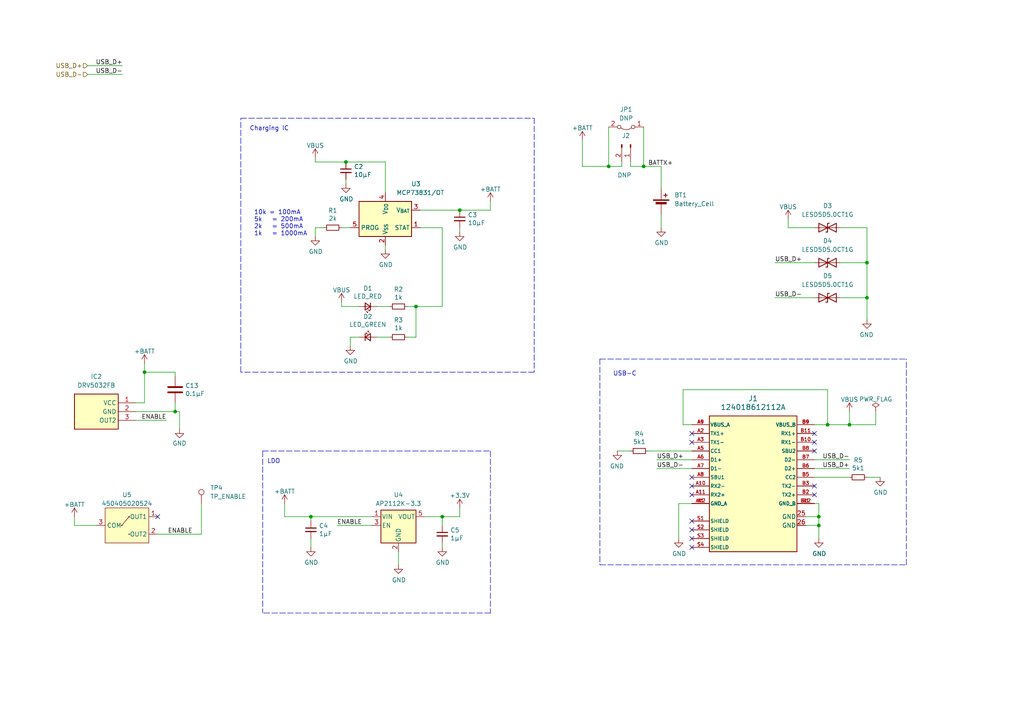
<source format=kicad_sch>
(kicad_sch (version 20230121) (generator eeschema)
  (paper "A4")
  (lib_symbols
    (symbol "124018612112A:124018612112A" (pin_names (offset 0.254))
      (property "Reference" "J" (at -1.27 19.05 0))
      (property "Value" "124018612112A" (at 2.54 -20.32 0))
      (symbol "124018612112A_0_0"
        (rectangle (start -12.7 16.51) (end 12.7 -22.86) (stroke (width 0.254)) (fill (type background)))
        (pin power_in line (at -17.78 -8.89 0) (length 5.08) (name "GND_A") (number "A1"))
        (pin bidirectional line (at -17.78 -3.81 0) (length 5.08) (name "RX2-") (number "A10"))
        (pin bidirectional line (at -17.78 -6.35 0) (length 5.08) (name "RX2+") (number "A11"))
        (pin power_in line (at -17.78 -8.89 0) (length 5.08) (name "GND_A") (number "A12"))
        (pin bidirectional line (at -17.78 11.43 0) (length 5.08) (name "TX1+") (number "A2"))
        (pin bidirectional line (at -17.78 8.89 0) (length 5.08) (name "TX1-") (number "A3"))
        (pin power_in line (at -17.78 13.97 0) (length 5.08) (name "VBUS_A") (number "A4"))
        (pin bidirectional line (at -17.78 6.35 0) (length 5.08) (name "CC1") (number "A5"))
        (pin bidirectional line (at -17.78 3.81 0) (length 5.08) (name "D1+") (number "A6"))
        (pin bidirectional line (at -17.78 1.27 0) (length 5.08) (name "D1-") (number "A7"))
        (pin bidirectional line (at -17.78 -1.27 0) (length 5.08) (name "SBU1") (number "A8"))
        (pin power_in line (at -17.78 13.97 0) (length 5.08) (name "VBUS_A") (number "A9"))
        (pin power_in line (at 17.78 -8.89 180) (length 5.08) (name "GND_B") (number "B1"))
        (pin bidirectional line (at 17.78 8.89 180) (length 5.08) (name "RX1-") (number "B10"))
        (pin bidirectional line (at 17.78 11.43 180) (length 5.08) (name "RX1+") (number "B11"))
        (pin power_in line (at 17.78 -8.89 180) (length 5.08) (name "GND_B") (number "B12"))
        (pin bidirectional line (at 17.78 -6.35 180) (length 5.08) (name "TX2+") (number "B2"))
        (pin bidirectional line (at 17.78 -3.81 180) (length 5.08) (name "TX2-") (number "B3"))
        (pin power_in line (at 17.78 13.97 180) (length 5.08) (name "VBUS_B") (number "B4"))
        (pin bidirectional line (at 17.78 -1.27 180) (length 5.08) (name "CC2") (number "B5"))
        (pin bidirectional line (at 17.78 1.27 180) (length 5.08) (name "D2+") (number "B6"))
        (pin bidirectional line (at 17.78 3.81 180) (length 5.08) (name "D2-") (number "B7"))
        (pin bidirectional line (at 17.78 6.35 180) (length 5.08) (name "SBU2") (number "B8"))
        (pin power_in line (at 17.78 13.97 180) (length 5.08) (name "VBUS_B") (number "B9"))
        (pin passive line (at -17.78 -13.97 0) (length 5.08) (name "SHIELD") (number "S1"))
        (pin passive line (at -17.78 -16.51 0) (length 5.08) (name "SHIELD") (number "S2"))
        (pin passive line (at -17.78 -19.05 0) (length 5.08) (name "SHIELD") (number "S3"))
        (pin passive line (at -17.78 -21.59 0) (length 5.08) (name "SHIELD") (number "S4"))
      )
      (symbol "124018612112A_1_1"
        (pin input line (at 15.24 -12.7 180) (length 2.54) (name "GND") (number "25"))
        (pin input line (at 15.24 -15.24 180) (length 2.54) (name "GND") (number "26"))
      )
      (symbol "124018612112A_1_2"
        (polyline (pts (xy 5.08 -60.96) (xy 12.7 -60.96)) (stroke (width 0.127)))
        (polyline (pts (xy 5.08 2.54) (xy 5.08 -60.96)) (stroke (width 0.127)))
        (polyline (pts (xy 7.62 -58.42) (xy 5.08 -58.42)) (stroke (width 0.127)))
        (polyline (pts (xy 7.62 -58.42) (xy 8.89 -59.2667)) (stroke (width 0.127)))
        (polyline (pts (xy 7.62 -58.42) (xy 8.89 -57.5733)) (stroke (width 0.127)))
        (polyline (pts (xy 7.62 -55.88) (xy 5.08 -55.88)) (stroke (width 0.127)))
        (polyline (pts (xy 7.62 -55.88) (xy 8.89 -56.7267)) (stroke (width 0.127)))
        (polyline (pts (xy 7.62 -55.88) (xy 8.89 -55.0333)) (stroke (width 0.127)))
        (polyline (pts (xy 7.62 -53.34) (xy 5.08 -53.34)) (stroke (width 0.127)))
        (polyline (pts (xy 7.62 -53.34) (xy 8.89 -54.1867)) (stroke (width 0.127)))
        (polyline (pts (xy 7.62 -53.34) (xy 8.89 -52.4933)) (stroke (width 0.127)))
        (polyline (pts (xy 7.62 -50.8) (xy 5.08 -50.8)) (stroke (width 0.127)))
        (polyline (pts (xy 7.62 -50.8) (xy 8.89 -51.6467)) (stroke (width 0.127)))
        (polyline (pts (xy 7.62 -50.8) (xy 8.89 -49.9533)) (stroke (width 0.127)))
        (polyline (pts (xy 7.62 -48.26) (xy 5.08 -48.26)) (stroke (width 0.127)))
        (polyline (pts (xy 7.62 -48.26) (xy 8.89 -49.1067)) (stroke (width 0.127)))
        (polyline (pts (xy 7.62 -48.26) (xy 8.89 -47.4133)) (stroke (width 0.127)))
        (polyline (pts (xy 7.62 -45.72) (xy 5.08 -45.72)) (stroke (width 0.127)))
        (polyline (pts (xy 7.62 -45.72) (xy 8.89 -46.5667)) (stroke (width 0.127)))
        (polyline (pts (xy 7.62 -45.72) (xy 8.89 -44.8733)) (stroke (width 0.127)))
        (polyline (pts (xy 7.62 -43.18) (xy 5.08 -43.18)) (stroke (width 0.127)))
        (polyline (pts (xy 7.62 -43.18) (xy 8.89 -44.0267)) (stroke (width 0.127)))
        (polyline (pts (xy 7.62 -43.18) (xy 8.89 -42.3333)) (stroke (width 0.127)))
        (polyline (pts (xy 7.62 -40.64) (xy 5.08 -40.64)) (stroke (width 0.127)))
        (polyline (pts (xy 7.62 -40.64) (xy 8.89 -41.4867)) (stroke (width 0.127)))
        (polyline (pts (xy 7.62 -40.64) (xy 8.89 -39.7933)) (stroke (width 0.127)))
        (polyline (pts (xy 7.62 -38.1) (xy 5.08 -38.1)) (stroke (width 0.127)))
        (polyline (pts (xy 7.62 -38.1) (xy 8.89 -38.9467)) (stroke (width 0.127)))
        (polyline (pts (xy 7.62 -38.1) (xy 8.89 -37.2533)) (stroke (width 0.127)))
        (polyline (pts (xy 7.62 -35.56) (xy 5.08 -35.56)) (stroke (width 0.127)))
        (polyline (pts (xy 7.62 -35.56) (xy 8.89 -36.4067)) (stroke (width 0.127)))
        (polyline (pts (xy 7.62 -35.56) (xy 8.89 -34.7133)) (stroke (width 0.127)))
        (polyline (pts (xy 7.62 -33.02) (xy 5.08 -33.02)) (stroke (width 0.127)))
        (polyline (pts (xy 7.62 -33.02) (xy 8.89 -33.8667)) (stroke (width 0.127)))
        (polyline (pts (xy 7.62 -33.02) (xy 8.89 -32.1733)) (stroke (width 0.127)))
        (polyline (pts (xy 7.62 -30.48) (xy 5.08 -30.48)) (stroke (width 0.127)))
        (polyline (pts (xy 7.62 -30.48) (xy 8.89 -31.3267)) (stroke (width 0.127)))
        (polyline (pts (xy 7.62 -30.48) (xy 8.89 -29.6333)) (stroke (width 0.127)))
        (polyline (pts (xy 7.62 -27.94) (xy 5.08 -27.94)) (stroke (width 0.127)))
        (polyline (pts (xy 7.62 -27.94) (xy 8.89 -28.7867)) (stroke (width 0.127)))
        (polyline (pts (xy 7.62 -27.94) (xy 8.89 -27.0933)) (stroke (width 0.127)))
        (polyline (pts (xy 7.62 -25.4) (xy 5.08 -25.4)) (stroke (width 0.127)))
        (polyline (pts (xy 7.62 -25.4) (xy 8.89 -26.2467)) (stroke (width 0.127)))
        (polyline (pts (xy 7.62 -25.4) (xy 8.89 -24.5533)) (stroke (width 0.127)))
        (polyline (pts (xy 7.62 -22.86) (xy 5.08 -22.86)) (stroke (width 0.127)))
        (polyline (pts (xy 7.62 -22.86) (xy 8.89 -23.7067)) (stroke (width 0.127)))
        (polyline (pts (xy 7.62 -22.86) (xy 8.89 -22.0133)) (stroke (width 0.127)))
        (polyline (pts (xy 7.62 -20.32) (xy 5.08 -20.32)) (stroke (width 0.127)))
        (polyline (pts (xy 7.62 -20.32) (xy 8.89 -21.1667)) (stroke (width 0.127)))
        (polyline (pts (xy 7.62 -20.32) (xy 8.89 -19.4733)) (stroke (width 0.127)))
        (polyline (pts (xy 7.62 -17.78) (xy 5.08 -17.78)) (stroke (width 0.127)))
        (polyline (pts (xy 7.62 -17.78) (xy 8.89 -18.6267)) (stroke (width 0.127)))
        (polyline (pts (xy 7.62 -17.78) (xy 8.89 -16.9333)) (stroke (width 0.127)))
        (polyline (pts (xy 7.62 -15.24) (xy 5.08 -15.24)) (stroke (width 0.127)))
        (polyline (pts (xy 7.62 -15.24) (xy 8.89 -16.0867)) (stroke (width 0.127)))
        (polyline (pts (xy 7.62 -15.24) (xy 8.89 -14.3933)) (stroke (width 0.127)))
        (polyline (pts (xy 7.62 -12.7) (xy 5.08 -12.7)) (stroke (width 0.127)))
        (polyline (pts (xy 7.62 -12.7) (xy 8.89 -13.5467)) (stroke (width 0.127)))
        (polyline (pts (xy 7.62 -12.7) (xy 8.89 -11.8533)) (stroke (width 0.127)))
        (polyline (pts (xy 7.62 -10.16) (xy 5.08 -10.16)) (stroke (width 0.127)))
        (polyline (pts (xy 7.62 -10.16) (xy 8.89 -11.0067)) (stroke (width 0.127)))
        (polyline (pts (xy 7.62 -10.16) (xy 8.89 -9.3133)) (stroke (width 0.127)))
        (polyline (pts (xy 7.62 -7.62) (xy 5.08 -7.62)) (stroke (width 0.127)))
        (polyline (pts (xy 7.62 -7.62) (xy 8.89 -8.4667)) (stroke (width 0.127)))
        (polyline (pts (xy 7.62 -7.62) (xy 8.89 -6.7733)) (stroke (width 0.127)))
        (polyline (pts (xy 7.62 -5.08) (xy 5.08 -5.08)) (stroke (width 0.127)))
        (polyline (pts (xy 7.62 -5.08) (xy 8.89 -5.9267)) (stroke (width 0.127)))
        (polyline (pts (xy 7.62 -5.08) (xy 8.89 -4.2333)) (stroke (width 0.127)))
        (polyline (pts (xy 7.62 -2.54) (xy 5.08 -2.54)) (stroke (width 0.127)))
        (polyline (pts (xy 7.62 -2.54) (xy 8.89 -3.3867)) (stroke (width 0.127)))
        (polyline (pts (xy 7.62 -2.54) (xy 8.89 -1.6933)) (stroke (width 0.127)))
        (polyline (pts (xy 7.62 0) (xy 5.08 0)) (stroke (width 0.127)))
        (polyline (pts (xy 7.62 0) (xy 8.89 -0.8467)) (stroke (width 0.127)))
        (polyline (pts (xy 7.62 0) (xy 8.89 0.8467)) (stroke (width 0.127)))
        (polyline (pts (xy 12.7 -60.96) (xy 12.7 2.54)) (stroke (width 0.127)))
        (polyline (pts (xy 12.7 2.54) (xy 5.08 2.54)) (stroke (width 0.127)))
        (pin unspecified line (at 0 0 0) (length 5.08) (name "GND") (number "A1"))
        (pin unspecified line (at 0 -22.86 0) (length 5.08) (name "RX2-") (number "A10"))
        (pin unspecified line (at 0 -25.4 0) (length 5.08) (name "RX2+") (number "A11"))
        (pin unspecified line (at 0 -27.94 0) (length 5.08) (name "GND") (number "A12"))
        (pin unspecified line (at 0 -2.54 0) (length 5.08) (name "TX1+") (number "A2"))
        (pin unspecified line (at 0 -5.08 0) (length 5.08) (name "TX1-") (number "A3"))
        (pin unspecified line (at 0 -7.62 0) (length 5.08) (name "VBUS") (number "A4"))
        (pin unspecified line (at 0 -10.16 0) (length 5.08) (name "CC1") (number "A5"))
        (pin unspecified line (at 0 -12.7 0) (length 5.08) (name "D+") (number "A6"))
        (pin unspecified line (at 0 -15.24 0) (length 5.08) (name "D-") (number "A7"))
        (pin unspecified line (at 0 -17.78 0) (length 5.08) (name "SBU1") (number "A8"))
        (pin unspecified line (at 0 -20.32 0) (length 5.08) (name "VBUS") (number "A9"))
        (pin unspecified line (at 0 -58.42 0) (length 5.08) (name "GND") (number "B1"))
        (pin unspecified line (at 0 -35.56 0) (length 5.08) (name "RX1-") (number "B10"))
        (pin unspecified line (at 0 -33.02 0) (length 5.08) (name "RX1+") (number "B11"))
        (pin unspecified line (at 0 -30.48 0) (length 5.08) (name "GND") (number "B12"))
        (pin unspecified line (at 0 -55.88 0) (length 5.08) (name "TX2+") (number "B2"))
        (pin unspecified line (at 0 -53.34 0) (length 5.08) (name "TX2-") (number "B3"))
        (pin unspecified line (at 0 -50.8 0) (length 5.08) (name "VBUS") (number "B4"))
        (pin unspecified line (at 0 -48.26 0) (length 5.08) (name "CC2") (number "B5"))
        (pin unspecified line (at 0 -45.72 0) (length 5.08) (name "D+") (number "B6"))
        (pin unspecified line (at 0 -43.18 0) (length 5.08) (name "D-") (number "B7"))
        (pin unspecified line (at 0 -40.64 0) (length 5.08) (name "SBU2") (number "B8"))
        (pin unspecified line (at 0 -38.1 0) (length 5.08) (name "VBUS") (number "B9"))
      )
    )
    (symbol "450405020524:450405020524"
      (property "Reference" "U" (at 0 5.08 0))
      (symbol "450405020524_0_1"
        (circle (center -1.524 0) (radius 0.127))
        (polyline (pts (xy -1.524 0) (xy 0.635 2.54)))
        (circle (center 0.635 -2.54) (radius 0.127))
        (circle (center 0.635 2.54) (radius 0.127))
      )
      (symbol "450405020524_1_1"
        (rectangle (start -6.35 5.08) (end 6.35 -5.08) (fill (type background)))
        (pin output line (at 8.89 2.54 180) (length 2.54) (name "OUT1") (number "1"))
        (pin output line (at 8.89 -2.54 180) (length 2.54) (name "OUT2") (number "2"))
        (pin input line (at -8.89 0 0) (length 2.54) (name "COM") (number "3"))
      )
    )
    (symbol "Battery_Management:MCP73831-2-OT"
      (property "Reference" "U" (at -7.62 6.35 0))
      (property "Value" "MCP73831-2-OT" (at 1.27 6.35 0))
      (symbol "MCP73831-2-OT_0_1"
        (rectangle (start -7.62 5.08) (end 7.62 -5.08) (stroke (width 0.254)) (fill (type background)))
      )
      (symbol "MCP73831-2-OT_1_1"
        (pin output line (at 10.16 -2.54 180) (length 2.54) (name "STAT") (number "1"))
        (pin power_in line (at 0 -7.62 90) (length 2.54) (name "V_{SS}") (number "2"))
        (pin power_out line (at 10.16 2.54 180) (length 2.54) (name "V_{BAT}") (number "3"))
        (pin power_in line (at 0 7.62 270) (length 2.54) (name "V_{DD}") (number "4"))
        (pin input line (at -10.16 -2.54 0) (length 2.54) (name "PROG") (number "5"))
      )
    )
    (symbol "Connector:Conn_01x02_Pin" (pin_names (offset 1.016) hide)
      (property "Reference" "J" (at 0 2.54 0))
      (property "Value" "Conn_01x02_Pin" (at 0 -5.08 0))
      (symbol "Conn_01x02_Pin_1_1"
        (polyline (pts (xy 1.27 -2.54) (xy 0.8636 -2.54)) (stroke (width 0.1524)))
        (polyline (pts (xy 1.27 0) (xy 0.8636 0)) (stroke (width 0.1524)))
        (rectangle (start 0.8636 -2.413) (end 0 -2.667) (stroke (width 0.1524)) (fill (type outline)))
        (rectangle (start 0.8636 0.127) (end 0 -0.127) (stroke (width 0.1524)) (fill (type outline)))
        (pin passive line (at 5.08 0 180) (length 3.81) (name "Pin_1") (number "1"))
        (pin passive line (at 5.08 -2.54 180) (length 3.81) (name "Pin_2") (number "2"))
      )
    )
    (symbol "Connector:TestPoint" (pin_numbers hide) (pin_names (offset 0.762) hide)
      (property "Reference" "TP" (at 0 6.858 0))
      (property "Value" "TestPoint" (at 0 5.08 0))
      (symbol "TestPoint_0_1"
        (circle (center 0 3.302) (radius 0.762))
      )
      (symbol "TestPoint_1_1"
        (pin passive line (at 0 0 90) (length 2.54) (name "1") (number "1"))
      )
    )
    (symbol "DRV5032DULPGM:DRV5032DULPGM"
      (property "Reference" "IC" (at 19.05 7.62 0))
      (property "Value" "DRV5032DULPGM" (at 19.05 5.08 0))
      (symbol "DRV5032DULPGM_1_1"
        (rectangle (start 5.08 2.54) (end 17.78 -7.62) (stroke (width 0.254)) (fill (type background)))
        (pin passive line (at 0 -5.08 0) (length 5.08) (name "VCC") (number "1"))
        (pin passive line (at 0 -2.54 0) (length 5.08) (name "GND") (number "2"))
        (pin passive line (at 0 0 0) (length 5.08) (name "OUT2") (number "3"))
      )
    )
    (symbol "Device:Battery_Cell" (pin_numbers hide) (pin_names (offset 0) hide)
      (property "Reference" "BT" (at 2.54 2.54 0))
      (property "Value" "Battery_Cell" (at 2.54 0 0))
      (symbol "Battery_Cell_0_1"
        (rectangle (start -2.286 1.778) (end 2.286 1.524) (fill (type outline)))
        (rectangle (start -1.524 1.016) (end 1.524 0.508) (fill (type outline)))
        (polyline (pts (xy 0 0.762) (xy 0 0)))
        (polyline (pts (xy 0 1.778) (xy 0 2.54)))
        (polyline (pts (xy 0.762 3.048) (xy 1.778 3.048)) (stroke (width 0.254)))
        (polyline (pts (xy 1.27 3.556) (xy 1.27 2.54)) (stroke (width 0.254)))
      )
      (symbol "Battery_Cell_1_1"
        (pin passive line (at 0 5.08 270) (length 2.54) (name "+") (number "1"))
        (pin passive line (at 0 -2.54 90) (length 2.54) (name "-") (number "2"))
      )
    )
    (symbol "Device:C" (pin_numbers hide) (pin_names (offset 0.254))
      (property "Reference" "C" (at 0.635 2.54 0))
      (property "Value" "C" (at 0.635 -2.54 0))
      (symbol "C_0_1"
        (polyline (pts (xy -2.032 -0.762) (xy 2.032 -0.762)) (stroke (width 0.508)))
        (polyline (pts (xy -2.032 0.762) (xy 2.032 0.762)) (stroke (width 0.508)))
      )
      (symbol "C_1_1"
        (pin passive line (at 0 3.81 270) (length 2.794) (name "~") (number "1"))
        (pin passive line (at 0 -3.81 90) (length 2.794) (name "~") (number "2"))
      )
    )
    (symbol "Device:C_Small" (pin_numbers hide) (pin_names (offset 0.254) hide)
      (property "Reference" "C" (at 0.254 1.778 0))
      (property "Value" "C_Small" (at 0.254 -2.032 0))
      (symbol "C_Small_0_1"
        (polyline (pts (xy -1.524 -0.508) (xy 1.524 -0.508)) (stroke (width 0.3302)))
        (polyline (pts (xy -1.524 0.508) (xy 1.524 0.508)) (stroke (width 0.3048)))
      )
      (symbol "C_Small_1_1"
        (pin passive line (at 0 2.54 270) (length 2.032) (name "~") (number "1"))
        (pin passive line (at 0 -2.54 90) (length 2.032) (name "~") (number "2"))
      )
    )
    (symbol "Device:D_TVS" (pin_numbers hide) (pin_names (offset 1.016) hide)
      (property "Reference" "D" (at 0 2.54 0))
      (property "Value" "D_TVS" (at 0 -2.54 0))
      (symbol "D_TVS_0_1"
        (polyline (pts (xy 1.27 0) (xy -1.27 0)))
        (polyline (pts (xy 0.508 1.27) (xy 0 1.27) (xy 0 -1.27) (xy -0.508 -1.27)) (stroke (width 0.254)))
        (polyline (pts (xy -2.54 1.27) (xy -2.54 -1.27) (xy 2.54 1.27) (xy 2.54 -1.27) (xy -2.54 1.27)) (stroke (width 0.254)))
      )
      (symbol "D_TVS_1_1"
        (pin passive line (at -3.81 0 0) (length 2.54) (name "A1") (number "1"))
        (pin passive line (at 3.81 0 180) (length 2.54) (name "A2") (number "2"))
      )
    )
    (symbol "Device:LED_Small" (pin_numbers hide) (pin_names (offset 0.254) hide)
      (property "Reference" "D" (at -1.27 3.175 0))
      (property "Value" "LED_Small" (at -4.445 -2.54 0))
      (symbol "LED_Small_0_1"
        (polyline (pts (xy -0.762 -1.016) (xy -0.762 1.016)) (stroke (width 0.254)))
        (polyline (pts (xy 1.016 0) (xy -0.762 0)))
        (polyline (pts (xy 0.762 -1.016) (xy -0.762 0) (xy 0.762 1.016) (xy 0.762 -1.016)) (stroke (width 0.254)))
        (polyline (pts (xy 0 0.762) (xy -0.508 1.27) (xy -0.254 1.27) (xy -0.508 1.27) (xy -0.508 1.016)))
        (polyline (pts (xy 0.508 1.27) (xy 0 1.778) (xy 0.254 1.778) (xy 0 1.778) (xy 0 1.524)))
      )
      (symbol "LED_Small_1_1"
        (pin passive line (at -2.54 0 0) (length 1.778) (name "K") (number "1"))
        (pin passive line (at 2.54 0 180) (length 1.778) (name "A") (number "2"))
      )
    )
    (symbol "Device:R_Small" (pin_numbers hide) (pin_names (offset 0.254) hide)
      (property "Reference" "R" (at 0.762 0.508 0))
      (property "Value" "R_Small" (at 0.762 -1.016 0))
      (symbol "R_Small_0_1"
        (rectangle (start -0.762 1.778) (end 0.762 -1.778) (stroke (width 0.2032)))
      )
      (symbol "R_Small_1_1"
        (pin passive line (at 0 2.54 270) (length 0.762) (name "~") (number "1"))
        (pin passive line (at 0 -2.54 90) (length 0.762) (name "~") (number "2"))
      )
    )
    (symbol "Jumper:Jumper_2_Bridged" (pin_names (offset 0) hide)
      (property "Reference" "JP" (at 0 1.905 0))
      (property "Value" "Jumper_2_Bridged" (at 0 -2.54 0))
      (symbol "Jumper_2_Bridged_0_0"
        (circle (center -2.032 0) (radius 0.508))
        (circle (center 2.032 0) (radius 0.508))
      )
      (symbol "Jumper_2_Bridged_0_1"
        (arc (start 1.524 0.254) (mid 0 0.762) (end -1.524 0.254))
      )
      (symbol "Jumper_2_Bridged_1_1"
        (pin passive line (at -5.08 0 0) (length 2.54) (name "A") (number "1"))
        (pin passive line (at 5.08 0 180) (length 2.54) (name "B") (number "2"))
      )
    )
    (symbol "Regulator_Linear:AP2112K-3.3" (pin_names (offset 0.254))
      (property "Reference" "U" (at -5.08 5.715 0))
      (property "Value" "AP2112K-3.3" (at 0 5.715 0))
      (symbol "AP2112K-3.3_0_1"
        (rectangle (start -5.08 4.445) (end 5.08 -5.08) (stroke (width 0.254)) (fill (type background)))
      )
      (symbol "AP2112K-3.3_1_1"
        (pin power_in line (at -7.62 2.54 0) (length 2.54) (name "VIN") (number "1"))
        (pin power_in line (at 0 -7.62 90) (length 2.54) (name "GND") (number "2"))
        (pin input line (at -7.62 0 0) (length 2.54) (name "EN") (number "3"))
        (pin no_connect line (at 5.08 0 180) (length 2.54) hide (name "NC") (number "4"))
        (pin power_out line (at 7.62 2.54 180) (length 2.54) (name "VOUT") (number "5"))
      )
    )
    (symbol "power:+3.3V" (power) (pin_names (offset 0))
      (property "Value" "+3.3V" (at 0 3.556 0))
      (symbol "+3.3V_0_1"
        (polyline (pts (xy -0.762 1.27) (xy 0 2.54)))
        (polyline (pts (xy 0 0) (xy 0 2.54)))
        (polyline (pts (xy 0 2.54) (xy 0.762 1.27)))
      )
      (symbol "+3.3V_1_1"
        (pin power_in line (at 0 0 90) (length 0) hide (name "+3.3V") (number "1"))
      )
    )
    (symbol "power:+BATT" (power) (pin_names (offset 0))
      (property "Value" "+BATT" (at 0 3.556 0))
      (symbol "+BATT_0_1"
        (polyline (pts (xy -0.762 1.27) (xy 0 2.54)))
        (polyline (pts (xy 0 0) (xy 0 2.54)))
        (polyline (pts (xy 0 2.54) (xy 0.762 1.27)))
      )
      (symbol "+BATT_1_1"
        (pin power_in line (at 0 0 90) (length 0) hide (name "+BATT") (number "1"))
      )
    )
    (symbol "power:GND" (power) (pin_names (offset 0))
      (property "Value" "GND" (at 0 -3.81 0))
      (symbol "GND_0_1"
        (polyline (pts (xy 0 0) (xy 0 -1.27) (xy 1.27 -1.27) (xy 0 -2.54) (xy -1.27 -1.27) (xy 0 -1.27)))
      )
      (symbol "GND_1_1"
        (pin power_in line (at 0 0 270) (length 0) hide (name "GND") (number "1"))
      )
    )
    (symbol "power:PWR_FLAG" (power) (pin_numbers hide) (pin_names (offset 0) hide)
      (property "Value" "PWR_FLAG" (at 0 3.81 0))
      (symbol "PWR_FLAG_0_0"
        (pin power_out line (at 0 0 90) (length 0) (name "pwr") (number "1"))
      )
      (symbol "PWR_FLAG_0_1"
        (polyline (pts (xy 0 0) (xy 0 1.27) (xy -1.016 1.905) (xy 0 2.54) (xy 1.016 1.905) (xy 0 1.27)))
      )
    )
    (symbol "power:VBUS" (power) (pin_names (offset 0))
      (property "Value" "VBUS" (at 0 3.81 0))
      (symbol "VBUS_0_1"
        (polyline (pts (xy -0.762 1.27) (xy 0 2.54)))
        (polyline (pts (xy 0 0) (xy 0 2.54)))
        (polyline (pts (xy 0 2.54) (xy 0.762 1.27)))
      )
      (symbol "VBUS_1_1"
        (pin power_in line (at 0 0 90) (length 0) hide (name "VBUS") (number "1"))
      )
    )
  )
  (junction (at 41.91 107.95))
  (junction (at 186.69 48.26))
  (junction (at 128.27 149.86))
  (junction (at 50.8 119.38))
  (junction (at 176.53 48.26))
  (junction (at 251.46 76.2))
  (junction (at 90.17 149.86))
  (junction (at 251.46 86.36))
  (junction (at 246.38 123.19))
  (junction (at 237.49 149.86))
  (junction (at 240.03 123.19))
  (junction (at 100.33 46.99))
  (junction (at 133.35 60.96))
  (junction (at 237.49 152.4))
  (junction (at 120.65 88.9))
  (no_connect (at 200.66 156.21))
  (no_connect (at 200.66 151.13))
  (no_connect (at 236.22 130.81))
  (no_connect (at 200.66 125.73))
  (no_connect (at 200.66 153.67))
  (no_connect (at 200.66 143.51))
  (no_connect (at 236.22 143.51))
  (no_connect (at 236.22 140.97))
  (no_connect (at 200.66 158.75))
  (no_connect (at 236.22 128.27))
  (no_connect (at 45.72 149.86))
  (no_connect (at 200.66 140.97))
  (no_connect (at 236.22 125.73))
  (no_connect (at 200.66 138.43))
  (no_connect (at 200.66 128.27))
  (wire (pts (xy 198.12 123.19) (xy 198.12 113.03)))
  (wire (pts (xy 237.49 149.86) (xy 237.49 152.4)))
  (wire (pts (xy 91.44 66.04) (xy 91.44 68.58)))
  (wire (pts (xy 255.27 138.43) (xy 251.46 138.43)))
  (wire (pts (xy 236.22 138.43) (xy 246.38 138.43)))
  (wire (pts (xy 200.66 133.35) (xy 190.5 133.35)))
  (wire (pts (xy 186.69 36.83) (xy 186.69 48.26)))
  (wire (pts (xy 120.65 88.9) (xy 118.11 88.9)))
  (wire (pts (xy 251.46 66.04) (xy 243.84 66.04)))
  (wire (pts (xy 27.94 152.4) (xy 21.59 152.4)))
  (wire (pts (xy 168.91 48.26) (xy 176.53 48.26)))
  (wire (pts (xy 233.68 149.86) (xy 237.49 149.86)))
  (wire (pts (xy 236.22 133.35) (xy 246.38 133.35)))
  (wire (pts (xy 246.38 119.38) (xy 246.38 123.19)))
  (wire (pts (xy 91.44 45.72) (xy 91.44 46.99)))
  (wire (pts (xy 191.77 48.26) (xy 186.69 48.26)))
  (wire (pts (xy 99.06 87.63) (xy 99.06 88.9)))
  (wire (pts (xy 45.72 154.94) (xy 58.42 154.94)))
  (wire (pts (xy 243.84 76.2) (xy 251.46 76.2)))
  (wire (pts (xy 180.34 46.99) (xy 180.34 48.26)))
  (wire (pts (xy 236.22 146.05) (xy 237.49 146.05)))
  (wire (pts (xy 93.98 66.04) (xy 91.44 66.04)))
  (wire (pts (xy 237.49 146.05) (xy 237.49 149.86)))
  (wire (pts (xy 90.17 149.86) (xy 90.17 151.13)))
  (wire (pts (xy 111.76 46.99) (xy 111.76 55.88)))
  (wire (pts (xy 200.66 123.19) (xy 198.12 123.19)))
  (wire (pts (xy 128.27 66.04) (xy 128.27 88.9)))
  (wire (pts (xy 251.46 86.36) (xy 251.46 76.2)))
  (wire (pts (xy 246.38 123.19) (xy 254 123.19)))
  (wire (pts (xy 228.6 66.04) (xy 236.22 66.04)))
  (wire (pts (xy 50.8 116.84) (xy 50.8 119.38)))
  (wire (pts (xy 25.4 19.05) (xy 35.56 19.05)))
  (wire (pts (xy 128.27 152.4) (xy 128.27 149.86)))
  (polyline (pts (xy 154.94 107.95) (xy 69.85 107.95)) (stroke (width 0) (type dash)))
  (wire (pts (xy 180.34 48.26) (xy 176.53 48.26)))
  (wire (pts (xy 243.84 86.36) (xy 251.46 86.36)))
  (wire (pts (xy 104.14 88.9) (xy 99.06 88.9)))
  (wire (pts (xy 236.22 135.89) (xy 246.38 135.89)))
  (wire (pts (xy 21.59 152.4) (xy 21.59 149.86)))
  (wire (pts (xy 191.77 62.23) (xy 191.77 66.04)))
  (wire (pts (xy 101.6 97.79) (xy 101.6 100.33)))
  (wire (pts (xy 200.66 135.89) (xy 190.5 135.89)))
  (wire (pts (xy 100.33 52.07) (xy 100.33 53.34)))
  (wire (pts (xy 196.85 146.05) (xy 196.85 156.21)))
  (wire (pts (xy 251.46 92.71) (xy 251.46 86.36)))
  (wire (pts (xy 39.37 121.92) (xy 48.26 121.92)))
  (wire (pts (xy 113.03 88.9) (xy 109.22 88.9)))
  (wire (pts (xy 58.42 146.05) (xy 58.42 154.94)))
  (wire (pts (xy 41.91 107.95) (xy 41.91 116.84)))
  (wire (pts (xy 91.44 46.99) (xy 100.33 46.99)))
  (wire (pts (xy 168.91 40.64) (xy 168.91 48.26)))
  (polyline (pts (xy 173.99 104.14) (xy 262.89 104.14)) (stroke (width 0) (type dash)))
  (wire (pts (xy 111.76 46.99) (xy 100.33 46.99)))
  (wire (pts (xy 52.07 119.38) (xy 52.07 124.46)))
  (polyline (pts (xy 142.24 177.8) (xy 76.2 177.8)) (stroke (width 0) (type dash)))
  (wire (pts (xy 111.76 71.12) (xy 111.76 72.39)))
  (wire (pts (xy 90.17 156.21) (xy 90.17 158.75)))
  (wire (pts (xy 240.03 123.19) (xy 246.38 123.19)))
  (wire (pts (xy 113.03 97.79) (xy 109.22 97.79)))
  (wire (pts (xy 133.35 60.96) (xy 142.24 60.96)))
  (wire (pts (xy 236.22 123.19) (xy 240.03 123.19)))
  (wire (pts (xy 120.65 88.9) (xy 120.65 97.79)))
  (wire (pts (xy 128.27 66.04) (xy 121.92 66.04)))
  (wire (pts (xy 187.96 130.81) (xy 200.66 130.81)))
  (wire (pts (xy 240.03 113.03) (xy 240.03 123.19)))
  (wire (pts (xy 97.79 152.4) (xy 107.95 152.4)))
  (wire (pts (xy 133.35 66.04) (xy 133.35 67.31)))
  (wire (pts (xy 25.4 21.59) (xy 35.56 21.59)))
  (wire (pts (xy 90.17 149.86) (xy 82.55 149.86)))
  (wire (pts (xy 142.24 58.42) (xy 142.24 60.96)))
  (polyline (pts (xy 142.24 130.81) (xy 142.24 177.8)) (stroke (width 0) (type dash)))
  (wire (pts (xy 228.6 63.5) (xy 228.6 66.04)))
  (wire (pts (xy 133.35 149.86) (xy 128.27 149.86)))
  (wire (pts (xy 179.07 130.81) (xy 182.88 130.81)))
  (wire (pts (xy 104.14 97.79) (xy 101.6 97.79)))
  (wire (pts (xy 191.77 48.26) (xy 191.77 54.61)))
  (wire (pts (xy 41.91 105.41) (xy 41.91 107.95)))
  (wire (pts (xy 200.66 146.05) (xy 196.85 146.05)))
  (wire (pts (xy 39.37 116.84) (xy 41.91 116.84)))
  (wire (pts (xy 82.55 149.86) (xy 82.55 146.05)))
  (wire (pts (xy 224.79 76.2) (xy 236.22 76.2)))
  (polyline (pts (xy 76.2 130.81) (xy 142.24 130.81)) (stroke (width 0) (type dash)))
  (wire (pts (xy 128.27 157.48) (xy 128.27 158.75)))
  (wire (pts (xy 107.95 149.86) (xy 90.17 149.86)))
  (wire (pts (xy 198.12 113.03) (xy 240.03 113.03)))
  (wire (pts (xy 39.37 119.38) (xy 50.8 119.38)))
  (wire (pts (xy 251.46 76.2) (xy 251.46 66.04)))
  (wire (pts (xy 101.6 66.04) (xy 99.06 66.04)))
  (wire (pts (xy 176.53 36.83) (xy 176.53 48.26)))
  (wire (pts (xy 237.49 152.4) (xy 237.49 156.21)))
  (wire (pts (xy 254 119.38) (xy 254 123.19)))
  (polyline (pts (xy 69.85 107.95) (xy 69.85 34.29)) (stroke (width 0) (type dash)))
  (wire (pts (xy 121.92 60.96) (xy 133.35 60.96)))
  (wire (pts (xy 50.8 119.38) (xy 52.07 119.38)))
  (wire (pts (xy 50.8 109.22) (xy 50.8 107.95)))
  (wire (pts (xy 115.57 160.02) (xy 115.57 163.83)))
  (wire (pts (xy 182.88 46.99) (xy 182.88 48.26)))
  (wire (pts (xy 50.8 107.95) (xy 41.91 107.95)))
  (polyline (pts (xy 76.2 130.81) (xy 76.2 177.8)) (stroke (width 0) (type dash)))
  (wire (pts (xy 182.88 48.26) (xy 186.69 48.26)))
  (polyline (pts (xy 262.89 163.83) (xy 262.89 104.14)) (stroke (width 0) (type dash)))
  (wire (pts (xy 128.27 149.86) (xy 123.19 149.86)))
  (polyline (pts (xy 173.99 163.83) (xy 262.89 163.83)) (stroke (width 0) (type dash)))
  (wire (pts (xy 133.35 147.32) (xy 133.35 149.86)))
  (wire (pts (xy 120.65 97.79) (xy 118.11 97.79)))
  (wire (pts (xy 224.79 86.36) (xy 236.22 86.36)))
  (wire (pts (xy 120.65 88.9) (xy 128.27 88.9)))
  (wire (pts (xy 233.68 152.4) (xy 237.49 152.4)))
  (polyline (pts (xy 154.94 34.29) (xy 154.94 107.95)) (stroke (width 0) (type dash)))
  (polyline (pts (xy 173.99 104.14) (xy 173.99 163.83)) (stroke (width 0) (type dash)))
  (polyline (pts (xy 69.85 34.29) (xy 154.94 34.29)) (stroke (width 0) (type dash)))
  (text "USB-C" (at 177.8 109.22 0) (effects (font (size 1.27 1.27)) (justify left bottom)))
  (text "Charging IC" (at 72.39 38.1 0) (effects (font (size 1.27 1.27)) (justify left bottom)))
  (text "10k = 100mA\n5k   = 200mA\n2k   = 500mA\n1k   = 1000mA" (at 73.66 68.58 0) (effects (font (size 1.27 1.27)) (justify left bottom)))
  (text "LDO" (at 77.47 134.62 0) (effects (font (size 1.27 1.27)) (justify left bottom)))
  (label "USB_D+" (at 246.38 135.89 180))
  (label "USB_D-" (at 35.56 21.59 180))
  (label "USB_D-" (at 224.79 86.36 0))
  (label "USB_D+" (at 224.79 76.2 0))
  (label "ENABLE" (at 55.88 154.94 180))
  (label "USB_D-" (at 246.38 133.35 180))
  (label "USB_D+" (at 190.5 133.35 0))
  (label "ENABLE" (at 97.79 152.4 0))
  (label "BATTX+" (at 187.96 48.26 0))
  (label "ENABLE" (at 48.26 121.92 180))
  (label "USB_D+" (at 35.56 19.05 180))
  (label "USB_D-" (at 190.5 135.89 0))
  (hierarchical_label "USB_D+" (shape input) (at 25.4 19.05 180))
  (hierarchical_label "USB_D-" (shape input) (at 25.4 21.59 180))
  (symbol (lib_id "power:VBUS") (at 99.06 87.63 0) (unit 1)
    (property "Reference" "#PWR01" (effects hide))
    (property "Value" "VBUS" (at 99.06 84.1281 0))
    (instances (project "ot-riwa" (path "" (reference "#PWR01") (unit 1)) (path "" (reference "#PWR03") (unit 1))) (project "rep-trap-pcb" (path "" (reference "#PWR014") (unit 1))))
  )
  (symbol (lib_id "power:+BATT") (at 168.91 40.64 0) (unit 1)
    (property "Reference" "#PWR018" (effects hide))
    (property "Value" "+BATT" (at 168.91 37.1381 0))
    (instances (project "ot-riwa" (path "" (reference "#PWR018") (unit 1)) (path "" (reference "#PWR041") (unit 1))) (project "rep-trap-pcb" (path "" (reference "#PWR023") (unit 1))))
  )
  (symbol (lib_id "450405020524:450405020524") (at 36.83 152.4 0) (unit 1)
    (property "Reference" "U5" (at 36.83 143.51 0))
    (property "Value" "450405020524" (at 36.83 146.05 0))
    (property "Footprint" "450405020524:450405020524" (effects hide))
  )
  (symbol (lib_id "power:GND") (at 101.6 100.33 0) (unit 1)
    (property "Reference" "#PWR06" (effects hide))
    (property "Value" "GND" (at 101.727 104.7242 0))
    (instances (project "ot-riwa" (path "" (reference "#PWR06") (unit 1)) (path "" (reference "#PWR05") (unit 1))) (project "trick-tracker" (path "" (reference "#PWR0107") (unit 1))) (project "rep-trap-pcb" (path "" (reference "#PWR021") (unit 1))))
  )
  (symbol (lib_id "power:GND") (at 128.27 158.75 0) (unit 1)
    (property "Reference" "#PWR012" (effects hide))
    (property "Value" "GND" (at 128.397 163.1442 0))
    (instances (project "ot-riwa" (path "" (reference "#PWR012") (unit 1)) (path "" (reference "#PWR014") (unit 1))) (project "trick-tracker" (path "" (reference "#PWR0112") (unit 1))) (project "rep-trap-pcb" (path "" (reference "#PWR012") (unit 1))))
  )
  (symbol (lib_id "Battery_Management:MCP73831-2-OT") (at 111.76 63.5 0) (unit 1)
    (property "Reference" "U3" (at 120.65 53.34 0))
    (property "Value" "MCP73831/OT" (at 121.92 55.88 0))
    (property "Footprint" "Package_TO_SOT_SMD:SOT-23-5" (effects hide))
    (property "Datasheet" "http://ww1.microchip.com/downloads/en/DeviceDoc/20001984g.pdf" (effects hide))
    (instances (project "ot-riwa" (path "" (reference "U3") (unit 1)) (path "" (reference "U3") (unit 1))) (project "trick-tracker" (path "" (reference "U4") (unit 1))) (project "rep-trap-pcb" (path "" (reference "U2") (unit 1))))
  )
  (symbol (lib_id "power:GND") (at 133.35 67.31 0) (unit 1)
    (property "Reference" "#PWR07" (effects hide))
    (property "Value" "GND" (at 133.477 71.7042 0))
    (instances (project "ot-riwa" (path "" (reference "#PWR07") (unit 1)) (path "" (reference "#PWR07") (unit 1))) (project "trick-tracker" (path "" (reference "#PWR0108") (unit 1))) (project "rep-trap-pcb" (path "" (reference "#PWR022") (unit 1))))
  )
  (symbol (lib_id "power:GND") (at 100.33 53.34 0) (unit 1)
    (property "Reference" "#PWR03" (effects hide))
    (property "Value" "GND" (at 100.457 57.7342 0))
    (instances (project "ot-riwa" (path "" (reference "#PWR03") (unit 1)) (path "" (reference "#PWR04") (unit 1))) (project "trick-tracker" (path "" (reference "#PWR0109") (unit 1))) (project "rep-trap-pcb" (path "" (reference "#PWR018") (unit 1))))
  )
  (symbol (lib_id "Device:D_TVS") (at 240.03 86.36 180) (unit 1)
    (property "Reference" "D5" (at 240.03 80.01 0))
    (property "Value" "LESD5D5.0CT1G" (at 240.03 82.55 0))
    (property "Footprint" "LESD5D5.0CT1G:LESD5D50CT1G" (effects hide))
    (instances (project "ot-riwa" (path "" (reference "D5") (unit 1))) (project "rep-trap-pcb" (path "" (reference "D6") (unit 1))))
  )
  (symbol (lib_id "power:VBUS") (at 91.44 45.72 0) (unit 1)
    (property "Reference" "#PWR01" (effects hide))
    (property "Value" "VBUS" (at 91.44 42.2181 0))
    (instances (project "ot-riwa" (path "" (reference "#PWR01") (unit 1)) (path "" (reference "#PWR01") (unit 1))) (project "rep-trap-pcb" (path "" (reference "#PWR014") (unit 1))))
  )
  (symbol (lib_id "Device:R_Small") (at 115.57 97.79 270) (unit 1)
    (property "Reference" "R3" (at 115.57 92.8116 90))
    (property "Value" "1k" (at 115.57 95.123 90))
    (property "Footprint" "Resistor_SMD:R_0603_1608Metric" (effects hide))
    (instances (project "ot-riwa" (path "" (reference "R3") (unit 1)) (path "" (reference "R3") (unit 1))) (project "trick-tracker" (path "" (reference "R6") (unit 1))) (project "rep-trap-pcb" (path "" (reference "R6") (unit 1))))
  )
  (symbol (lib_id "power:PWR_FLAG") (at 254 119.38 0) (unit 1)
    (property "Reference" "#FLG02" (effects hide))
    (property "Value" "PWR_FLAG" (at 254 115.7755 0))
    (instances (project "ot-riwa" (path "" (reference "#FLG02") (unit 1)) (path "" (reference "#FLG02") (unit 1))) (project "trick-tracker" (path "" (reference "#FLG0102") (unit 1))) (project "rep-trap-pcb" (path "" (reference "#FLG02") (unit 1))))
  )
  (symbol (lib_id "Jumper:Jumper_2_Bridged") (at 181.61 36.83 180) (unit 1)
    (property "Reference" "JP1" (at 181.61 31.75 0))
    (property "Value" "DNP" (at 181.61 34.29 0))
    (property "Footprint" "Jumper:SolderJumper-2_P1.3mm_Bridged_RoundedPad1.0x1.5mm" (effects hide))
    (instances (project "ot-riwa" (path "" (reference "JP1") (unit 1))) (project "rep-trap-pcb" (path "" (reference "JP2") (unit 1))))
  )
  (symbol (lib_id "power:GND") (at 255.27 138.43 0) (unit 1)
    (property "Reference" "#PWR017" (effects hide))
    (property "Value" "GND" (at 255.397 142.8242 0))
    (instances (project "ot-riwa" (path "" (reference "#PWR017") (unit 1)) (path "" (reference "#PWR019") (unit 1))) (project "trick-tracker" (path "" (reference "#PWR0105") (unit 1))) (project "rep-trap-pcb" (path "" (reference "#PWR010") (unit 1))))
  )
  (symbol (lib_id "power:+BATT") (at 142.24 58.42 0) (unit 1)
    (property "Reference" "#PWR08" (effects hide))
    (property "Value" "+BATT" (at 142.24 54.9181 0))
    (instances (project "ot-riwa" (path "" (reference "#PWR08") (unit 1)) (path "" (reference "#PWR08") (unit 1))) (project "rep-trap-pcb" (path "" (reference "#PWR023") (unit 1))))
  )
  (symbol (lib_id "Device:C_Small") (at 100.33 49.53 0) (unit 1)
    (property "Reference" "C2" (at 102.6668 48.3616 0) (effects (justify left)))
    (property "Value" "10µF" (at 102.6668 50.673 0) (effects (justify left)))
    (property "Footprint" "Capacitor_SMD:C_0603_1608Metric" (effects hide))
    (instances (project "ot-riwa" (path "" (reference "C2") (unit 1)) (path "" (reference "C2") (unit 1))) (project "trick-tracker" (path "" (reference "C2") (unit 1))) (project "rep-trap-pcb" (path "" (reference "C3") (unit 1))))
  )
  (symbol (lib_id "power:GND") (at 196.85 156.21 0) (unit 1)
    (property "Reference" "#PWR016" (effects hide))
    (property "Value" "GND" (at 196.977 160.6042 0))
    (instances (project "ot-riwa" (path "" (reference "#PWR016") (unit 1)) (path "" (reference "#PWR053") (unit 1))) (project "trick-tracker" (path "" (reference "#PWR0104") (unit 1))) (project "rep-trap-pcb" (path "" (reference "#PWR09") (unit 1))))
  )
  (symbol (lib_id "Device:C") (at 50.8 113.03 0) (unit 1)
    (property "Reference" "C13" (at 53.721 111.8616 0) (effects (justify left)))
    (property "Value" "0.1µF" (at 53.721 114.173 0) (effects (justify left)))
    (property "Footprint" "Capacitor_SMD:C_0603_1608Metric" (effects hide))
    (instances (project "ot-riwa" (path "" (reference "C13") (unit 1))) (project "RP2040_minimal" (path "" (reference "C5") (unit 1))) (project "rep-trap-pcb" (path "" (reference "C15") (unit 1)) (path "" (reference "C13") (unit 1))))
  )
  (symbol (lib_id "Device:C_Small") (at 128.27 154.94 0) (unit 1)
    (property "Reference" "C5" (at 130.6068 153.7716 0) (effects (justify left)))
    (property "Value" "1µF" (at 130.6068 156.083 0) (effects (justify left)))
    (property "Footprint" "Capacitor_SMD:C_0603_1608Metric" (effects hide))
    (instances (project "ot-riwa" (path "" (reference "C5") (unit 1)) (path "" (reference "C5") (unit 1))) (project "trick-tracker" (path "" (reference "C4") (unit 1))) (project "rep-trap-pcb" (path "" (reference "C2") (unit 1))))
  )
  (symbol (lib_id "124018612112A:124018612112A") (at 218.44 137.16 0) (unit 1)
    (property "Reference" "J1" (at 218.44 115.57 0) (effects (font (size 1.524 1.524))))
    (property "Value" "124018612112A" (at 218.44 118.11 0) (effects (font (size 1.524 1.524))))
    (property "Footprint" "124018612112A:CONN_124018612112A_AMP" (effects hide))
    (property "Datasheet" "124018612112A" (effects hide))
  )
  (symbol (lib_id "power:VBUS") (at 228.6 63.5 0) (mirror y) (unit 1)
    (property "Reference" "#PWR010" (effects hide))
    (property "Value" "VBUS" (at 228.6 59.9981 0))
    (instances (project "ot-riwa" (path "" (reference "#PWR010") (unit 1))) (project "rep-trap-pcb" (path "" (reference "#PWR04") (unit 1))))
  )
  (symbol (lib_id "power:GND") (at 115.57 163.83 0) (unit 1)
    (property "Reference" "#PWR011" (effects hide))
    (property "Value" "GND" (at 115.697 168.2242 0))
    (instances (project "ot-riwa" (path "" (reference "#PWR011") (unit 1)) (path "" (reference "#PWR013") (unit 1))) (project "trick-tracker" (path "" (reference "#PWR0111") (unit 1))) (project "rep-trap-pcb" (path "" (reference "#PWR011") (unit 1))))
  )
  (symbol (lib_id "power:GND") (at 111.76 72.39 0) (unit 1)
    (property "Reference" "#PWR04" (effects hide))
    (property "Value" "GND" (at 111.887 76.7842 0))
    (instances (project "ot-riwa" (path "" (reference "#PWR04") (unit 1)) (path "" (reference "#PWR06") (unit 1))) (project "trick-tracker" (path "" (reference "#PWR0102") (unit 1))) (project "rep-trap-pcb" (path "" (reference "#PWR019") (unit 1))))
  )
  (symbol (lib_id "power:GND") (at 90.17 158.75 0) (unit 1)
    (property "Reference" "#PWR010" (effects hide))
    (property "Value" "GND" (at 90.297 163.1442 0))
    (instances (project "ot-riwa" (path "" (reference "#PWR010") (unit 1)) (path "" (reference "#PWR012") (unit 1))) (project "trick-tracker" (path "" (reference "#PWR0110") (unit 1))) (project "rep-trap-pcb" (path "" (reference "#PWR07") (unit 1))))
  )
  (symbol (lib_id "Device:LED_Small") (at 106.68 88.9 180) (unit 1)
    (property "Reference" "D1" (at 106.68 83.6422 0))
    (property "Value" "LED_RED" (at 106.68 85.9536 0))
    (property "Footprint" "LED_SMD:LED_0603_1608Metric" (effects hide))
    (instances (project "ot-riwa" (path "" (reference "D1") (unit 1)) (path "" (reference "D1") (unit 1))) (project "trick-tracker" (path "" (reference "D2") (unit 1))) (project "rep-trap-pcb" (path "" (reference "D2") (unit 1))))
  )
  (symbol (lib_id "power:GND") (at 91.44 68.58 0) (unit 1)
    (property "Reference" "#PWR02" (effects hide))
    (property "Value" "GND" (at 91.567 72.9742 0))
    (instances (project "ot-riwa" (path "" (reference "#PWR02") (unit 1)) (path "" (reference "#PWR02") (unit 1))) (project "trick-tracker" (path "" (reference "#PWR0103") (unit 1))) (project "rep-trap-pcb" (path "" (reference "#PWR015") (unit 1))))
  )
  (symbol (lib_id "power:GND") (at 191.77 66.04 0) (unit 1)
    (property "Reference" "#PWR019" (effects hide))
    (property "Value" "GND" (at 191.897 70.4342 0))
    (instances (project "ot-riwa" (path "" (reference "#PWR019") (unit 1)) (path "" (reference "#PWR011") (unit 1))) (project "trick-tracker" (path "" (reference "#PWR0108") (unit 1))) (project "rep-trap-pcb" (path "" (reference "#PWR022") (unit 1))))
  )
  (symbol (lib_id "Device:R_Small") (at 115.57 88.9 270) (unit 1)
    (property "Reference" "R2" (at 115.57 83.9216 90))
    (property "Value" "1k" (at 115.57 86.233 90))
    (property "Footprint" "Resistor_SMD:R_0603_1608Metric" (effects hide))
    (instances (project "ot-riwa" (path "" (reference "R2") (unit 1)) (path "" (reference "R2") (unit 1))) (project "trick-tracker" (path "" (reference "R5") (unit 1))) (project "rep-trap-pcb" (path "" (reference "R5") (unit 1))))
  )
  (symbol (lib_id "Connector:TestPoint") (at 58.42 146.05 0) (unit 1) (in_bom no)
    (property "Reference" "TP4" (at 60.96 141.478 0) (effects (justify left)))
    (property "Value" "TP_ENABLE" (at 60.96 144.018 0) (effects (justify left)))
    (property "Footprint" "TestPoint:TestPoint_Pad_D1.5mm" (effects hide))
    (instances (project "ot-riwa" (path "" (reference "TP4") (unit 1)) (path "" (reference "TP8") (unit 1))))
  )
  (symbol (lib_id "power:GND") (at 179.07 130.81 0) (mirror y) (unit 1)
    (property "Reference" "#PWR014" (effects hide))
    (property "Value" "GND" (at 178.943 135.2042 0))
    (instances (project "ot-riwa" (path "" (reference "#PWR014") (unit 1)) (path "" (reference "#PWR016") (unit 1))) (project "trick-tracker" (path "" (reference "#PWR0106") (unit 1))) (project "rep-trap-pcb" (path "" (reference "#PWR04") (unit 1))))
  )
  (symbol (lib_id "Device:R_Small") (at 248.92 138.43 270) (unit 1)
    (property "Reference" "R5" (at 248.92 133.4516 90))
    (property "Value" "5k1" (at 248.92 135.763 90))
    (property "Footprint" "Resistor_SMD:R_0603_1608Metric" (effects hide))
    (instances (project "ot-riwa" (path "" (reference "R5") (unit 1)) (path "" (reference "R5") (unit 1))) (project "trick-tracker" (path "" (reference "R2") (unit 1))) (project "rep-trap-pcb" (path "" (reference "R3") (unit 1))))
  )
  (symbol (lib_id "power:GND") (at 237.49 156.21 0) (unit 1)
    (property "Reference" "#PWR016" (effects hide))
    (property "Value" "GND" (at 237.617 160.6042 0))
    (instances (project "ot-riwa" (path "" (reference "#PWR016") (unit 1)) (path "" (reference "#PWR018") (unit 1))) (project "trick-tracker" (path "" (reference "#PWR0104") (unit 1))) (project "rep-trap-pcb" (path "" (reference "#PWR09") (unit 1))))
  )
  (symbol (lib_id "Device:LED_Small") (at 106.68 97.79 0) (unit 1)
    (property "Reference" "D2" (at 106.68 91.821 0))
    (property "Value" "LED_GREEN" (at 106.68 94.1324 0))
    (property "Footprint" "LED_SMD:LED_0603_1608Metric" (effects hide))
    (instances (project "ot-riwa" (path "" (reference "D2") (unit 1)) (path "" (reference "D2") (unit 1))) (project "trick-tracker" (path "" (reference "D3") (unit 1))) (project "rep-trap-pcb" (path "" (reference "D3") (unit 1))))
  )
  (symbol (lib_id "Device:R_Small") (at 96.52 66.04 270) (unit 1)
    (property "Reference" "R1" (at 96.52 61.0616 90))
    (property "Value" "2k" (at 96.52 63.373 90))
    (property "Footprint" "Resistor_SMD:R_0603_1608Metric" (effects hide))
    (instances (project "ot-riwa" (path "" (reference "R1") (unit 1)) (path "" (reference "R1") (unit 1))) (project "trick-tracker" (path "" (reference "R3") (unit 1))) (project "rep-trap-pcb" (path "" (reference "R4") (unit 1))))
  )
  (symbol (lib_id "Device:D_TVS") (at 240.03 76.2 180) (unit 1)
    (property "Reference" "D4" (at 240.03 69.85 0))
    (property "Value" "LESD5D5.0CT1G" (at 240.03 72.39 0))
    (property "Footprint" "LESD5D5.0CT1G:LESD5D50CT1G" (effects hide))
  )
  (symbol (lib_id "Device:C_Small") (at 90.17 153.67 0) (unit 1)
    (property "Reference" "C4" (at 92.5068 152.5016 0) (effects (justify left)))
    (property "Value" "1µF" (at 92.5068 154.813 0) (effects (justify left)))
    (property "Footprint" "Capacitor_SMD:C_0603_1608Metric" (effects hide))
    (instances (project "ot-riwa" (path "" (reference "C4") (unit 1)) (path "" (reference "C4") (unit 1))) (project "trick-tracker" (path "" (reference "C1") (unit 1))) (project "rep-trap-pcb" (path "" (reference "C1") (unit 1))))
  )
  (symbol (lib_id "Device:Battery_Cell") (at 191.77 59.69 0) (unit 1)
    (property "Reference" "BT1" (at 195.58 56.5785 0) (effects (justify left)))
    (property "Value" "Battery_Cell" (at 195.58 59.1185 0) (effects (justify left)))
    (property "Footprint" "Connector_JST:JST_PH_S2B-PH-SM4-TB_1x02-1MP_P2.00mm_Horizontal" (effects hide))
  )
  (symbol (lib_id "power:+BATT") (at 41.91 105.41 0) (unit 1)
    (property "Reference" "#PWR044" (effects hide))
    (property "Value" "+BATT" (at 41.91 101.9081 0))
    (instances (project "ot-riwa" (path "" (reference "#PWR044") (unit 1))) (project "rep-trap-pcb" (path "" (reference "#PWR065") (unit 1)) (path "" (reference "#PWR071") (unit 1))))
  )
  (symbol (lib_id "Connector:Conn_01x02_Pin") (at 182.88 41.91 270) (unit 1)
    (property "Reference" "J2" (at 180.34 39.37 90) (effects (justify left)))
    (property "Value" "DNP" (at 179.07 50.8 90) (effects (justify left)))
    (property "Footprint" "Connector_PinSocket_2.54mm:PinSocket_1x02_P2.54mm_Vertical" (effects hide))
    (instances (project "ot-riwa" (path "" (reference "J2") (unit 1))) (project "rep-trap-pcb" (path "" (reference "J5") (unit 1))))
  )
  (symbol (lib_id "Regulator_Linear:AP2112K-3.3") (at 115.57 152.4 0) (unit 1)
    (property "Reference" "U4" (at 115.57 143.51 0))
    (property "Value" "AP2112K-3.3" (at 115.57 146.05 0))
    (property "Footprint" "Package_TO_SOT_SMD:SOT-23-5" (effects hide))
    (property "Datasheet" "https://www.diodes.com/assets/Datasheets/AP2112.pdf" (effects hide))
    (instances (project "ot-riwa" (path "" (reference "U4") (unit 1)) (path "" (reference "U4") (unit 1))) (project "trick-tracker" (path "" (reference "U1") (unit 1))) (project "rep-trap-pcb" (path "" (reference "U1") (unit 1))))
  )
  (symbol (lib_id "Device:R_Small") (at 185.42 130.81 90) (mirror x) (unit 1)
    (property "Reference" "R4" (at 185.42 125.8316 90))
    (property "Value" "5k1" (at 185.42 128.143 90))
    (property "Footprint" "Resistor_SMD:R_0603_1608Metric" (effects hide))
    (instances (project "ot-riwa" (path "" (reference "R4") (unit 1)) (path "" (reference "R4") (unit 1))) (project "trick-tracker" (path "" (reference "R1") (unit 1))) (project "rep-trap-pcb" (path "" (reference "R2") (unit 1))))
  )
  (symbol (lib_id "Device:C_Small") (at 133.35 63.5 0) (unit 1)
    (property "Reference" "C3" (at 135.6868 62.3316 0) (effects (justify left)))
    (property "Value" "10µF" (at 135.6868 64.643 0) (effects (justify left)))
    (property "Footprint" "Capacitor_SMD:C_0603_1608Metric" (effects hide))
    (instances (project "ot-riwa" (path "" (reference "C3") (unit 1)) (path "" (reference "C3") (unit 1))) (project "trick-tracker" (path "" (reference "C3") (unit 1))) (project "rep-trap-pcb" (path "" (reference "C4") (unit 1))))
  )
  (symbol (lib_id "power:GND") (at 52.07 124.46 0) (unit 1)
    (property "Reference" "#PWR052" (effects hide))
    (property "Value" "GND" (at 52.07 128.5955 0))
    (instances (project "ot-riwa" (path "" (reference "#PWR052") (unit 1))) (project "rep-trap-pcb" (path "" (reference "#PWR074") (unit 1)) (path "" (reference "#PWR072") (unit 1))))
  )
  (symbol (lib_id "power:+BATT") (at 21.59 149.86 0) (unit 1)
    (property "Reference" "#PWR09" (effects hide))
    (property "Value" "+BATT" (at 21.59 146.3581 0))
    (instances (project "ot-riwa" (path "" (reference "#PWR09") (unit 1)) (path "" (reference "#PWR045") (unit 1))) (project "rep-trap-pcb" (path "" (reference "#PWR06") (unit 1))))
  )
  (symbol (lib_id "Device:D_TVS") (at 240.03 66.04 180) (unit 1)
    (property "Reference" "D3" (at 240.03 59.69 0))
    (property "Value" "LESD5D5.0CT1G" (at 240.03 62.23 0))
    (property "Footprint" "LESD5D5.0CT1G:LESD5D50CT1G" (effects hide))
    (instances (project "ot-riwa" (path "" (reference "D3") (unit 1))) (project "rep-trap-pcb" (path "" (reference "D1") (unit 1))))
  )
  (symbol (lib_id "DRV5032DULPGM:DRV5032DULPGM") (at 39.37 121.92 180) (unit 1)
    (property "Reference" "IC2" (at 27.94 109.22 0))
    (property "Value" "DRV5032FB" (at 27.94 111.76 0))
    (property "Footprint" "DRV5032DULPGM:DRV5032DULPGM" (effects hide))
    (property "Datasheet" "https://www.ti.com/lit/gpn/drv5032" (effects hide))
    (property "Height" "5.05" (effects hide))
    (property "Manufacturer_Name" "Texas Instruments" (effects hide))
    (property "Manufacturer_Part_Number" "DRV5032DULPGM" (effects hide))
    (property "Mouser Part Number" "595-DRV5032DULPGM" (effects hide))
    (property "Mouser Price/Stock" "https://www.mouser.co.uk/ProductDetail/Texas-Instruments/DRV5032DULPGM?qs=OlC7AqGiEDk9MwfBkgsRPw%3D%3D" (effects hide))
    (property "Arrow Part Number" "DRV5032DULPGM" (effects hide))
    (property "Arrow Price/Stock" "https://www.arrow.com/en/products/drv5032dulpgm/texas-instruments?region=nac" (effects hide))
    (instances (project "ot-riwa" (path "" (reference "IC2") (unit 1))) (project "rep-trap-pcb" (path "" (reference "IC1") (unit 1))))
  )
  (symbol (lib_id "power:+3.3V") (at 133.35 147.32 0) (unit 1)
    (property "Reference" "#PWR013" (effects hide))
    (property "Value" "+3.3V" (at 133.35 143.7155 0))
    (instances (project "ot-riwa" (path "" (reference "#PWR013") (unit 1)) (path "" (reference "#PWR015") (unit 1))) (project "trick-tracker" (path "" (reference "#PWR012") (unit 1))) (project "rep-trap-pcb" (path "" (reference "#PWR013") (unit 1))))
  )
  (symbol (lib_id "power:VBUS") (at 246.38 119.38 0) (unit 1)
    (property "Reference" "#PWR015" (effects hide))
    (property "Value" "VBUS" (at 246.38 115.8781 0))
    (instances (project "ot-riwa" (path "" (reference "#PWR015") (unit 1)) (path "" (reference "#PWR017") (unit 1))) (project "rep-trap-pcb" (path "" (reference "#PWR08") (unit 1))))
  )
  (symbol (lib_id "power:GND") (at 251.46 92.71 0) (mirror y) (unit 1)
    (property "Reference" "#PWR042" (effects hide))
    (property "Value" "GND" (at 251.333 97.1042 0))
    (instances (project "ot-riwa" (path "" (reference "#PWR042") (unit 1))) (project "trick-tracker" (path "" (reference "#PWR0105") (unit 1))) (project "rep-trap-pcb" (path "" (reference "#PWR08") (unit 1))))
  )
  (symbol (lib_id "power:+BATT") (at 82.55 146.05 0) (unit 1)
    (property "Reference" "#PWR09" (effects hide))
    (property "Value" "+BATT" (at 82.55 142.5481 0))
    (instances (project "ot-riwa" (path "" (reference "#PWR09") (unit 1)) (path "" (reference "#PWR09") (unit 1))) (project "rep-trap-pcb" (path "" (reference "#PWR06") (unit 1))))
  )
)
</source>
